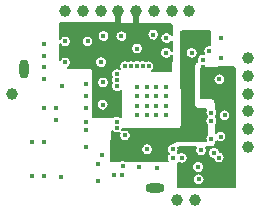
<source format=gbr>
%TF.GenerationSoftware,KiCad,Pcbnew,(5.1.6-0-10_14)*%
%TF.CreationDate,2020-10-05T23:02:53+09:00*%
%TF.ProjectId,RF920A,52463932-3041-42e6-9b69-6361645f7063,rev?*%
%TF.SameCoordinates,Original*%
%TF.FileFunction,Copper,L3,Inr*%
%TF.FilePolarity,Positive*%
%FSLAX46Y46*%
G04 Gerber Fmt 4.6, Leading zero omitted, Abs format (unit mm)*
G04 Created by KiCad (PCBNEW (5.1.6-0-10_14)) date 2020-10-05 23:02:53*
%MOMM*%
%LPD*%
G01*
G04 APERTURE LIST*
%TA.AperFunction,WasherPad*%
%ADD10O,1.600000X0.800000*%
%TD*%
%TA.AperFunction,WasherPad*%
%ADD11O,0.800000X1.600000*%
%TD*%
%TA.AperFunction,ViaPad*%
%ADD12C,1.000000*%
%TD*%
%TA.AperFunction,ViaPad*%
%ADD13C,0.400000*%
%TD*%
%TA.AperFunction,Conductor*%
%ADD14C,0.200000*%
%TD*%
%TA.AperFunction,Conductor*%
%ADD15C,0.500000*%
%TD*%
G04 APERTURE END LIST*
D10*
%TO.N,*%
%TO.C,REF\u002A\u002A*%
X162075000Y-107000000D03*
D11*
X151000000Y-96875000D03*
%TD*%
D12*
%TO.N,/SDA*%
%TO.C,J19*%
X157500000Y-92000000D03*
%TD*%
%TO.N,GND*%
%TO.C,J17*%
X170000000Y-103500000D03*
%TD*%
%TO.N,GND*%
%TO.C,J16*%
X170000000Y-102000000D03*
%TD*%
%TO.N,+3.3VA*%
%TO.C,J14*%
X165500000Y-108000000D03*
%TD*%
%TO.N,+3.3VA*%
%TO.C,J13*%
X164000000Y-108000000D03*
%TD*%
%TO.N,/SCL*%
%TO.C,J12*%
X156000000Y-92000000D03*
%TD*%
%TO.N,/WP*%
%TO.C,J11*%
X154500000Y-92000000D03*
%TD*%
%TO.N,/RESETN*%
%TO.C,J10*%
X170000000Y-96000000D03*
%TD*%
%TO.N,/REGPDIN*%
%TO.C,J9*%
X165000000Y-92000000D03*
%TD*%
%TO.N,/SDO*%
%TO.C,J8*%
X163500000Y-92000000D03*
%TD*%
%TO.N,/SINTN*%
%TO.C,J7*%
X162000000Y-92000000D03*
%TD*%
%TO.N,/SCLK*%
%TO.C,J6*%
X170000000Y-97500000D03*
%TD*%
%TO.N,/SCEN*%
%TO.C,J5*%
X170000000Y-99000000D03*
%TD*%
%TO.N,/SDI*%
%TO.C,J4*%
X170000000Y-100500000D03*
%TD*%
%TO.N,+3V3*%
%TO.C,J3*%
X160500000Y-92000000D03*
%TD*%
%TO.N,+3V3*%
%TO.C,J2*%
X159000000Y-92000000D03*
%TD*%
%TO.N,Net-(J1-Pad1)*%
%TO.C,J1*%
X150000000Y-99000000D03*
%TD*%
D13*
%TO.N,GND*%
X152710000Y-106000000D03*
X151710000Y-106000000D03*
X152710000Y-103100000D03*
X151710000Y-103100000D03*
X153710000Y-101180000D03*
X152710000Y-100180000D03*
X153710000Y-100180000D03*
X152710000Y-94760000D03*
X152710000Y-97770000D03*
X152710000Y-95760000D03*
X166000000Y-103800000D03*
X156280000Y-100180000D03*
X156280000Y-99180000D03*
X156280000Y-98180000D03*
X152710000Y-96760000D03*
X154100000Y-106050000D03*
X167990000Y-100830000D03*
X163000000Y-99200000D03*
X162200000Y-99200000D03*
X163000000Y-98400000D03*
X162200000Y-98400000D03*
X162200000Y-100000000D03*
X163000000Y-100000000D03*
X163000000Y-100800000D03*
X162200000Y-100800000D03*
X161400000Y-100800000D03*
X160600000Y-100800000D03*
X161400000Y-100000000D03*
X160600000Y-100000000D03*
X160600000Y-99200000D03*
X161400000Y-98400000D03*
X161400000Y-99200000D03*
X160600000Y-98400000D03*
X158870000Y-101350000D03*
X154210000Y-98300000D03*
X157690000Y-98040000D03*
X157670000Y-99920000D03*
X156280000Y-103480000D03*
X161550000Y-96680000D03*
X163030000Y-95530000D03*
X163060000Y-94290000D03*
X166700000Y-95380000D03*
X167720000Y-94300000D03*
X167550000Y-97780000D03*
X165200000Y-95530000D03*
X166140000Y-96110000D03*
X167670000Y-95980000D03*
X164350000Y-104420000D03*
X162250000Y-105300000D03*
X159350000Y-105110000D03*
X163590000Y-104450000D03*
X163590000Y-103700000D03*
X156270000Y-101430000D03*
X161430000Y-103710000D03*
X160760000Y-105200000D03*
X159300000Y-105900000D03*
X166870000Y-100600000D03*
X166870000Y-101300000D03*
X166870000Y-102800000D03*
X167650000Y-102620000D03*
X165790000Y-106250000D03*
X165750000Y-105200000D03*
X161950000Y-93990000D03*
X157730000Y-94110000D03*
X159250000Y-94130000D03*
X160580000Y-95170000D03*
X167100000Y-104020000D03*
X167500000Y-104400000D03*
X154500000Y-96350000D03*
X157650000Y-104220000D03*
%TO.N,/VDDCP*%
X160790000Y-103710000D03*
X166220000Y-100600000D03*
X166220000Y-102800000D03*
X166140000Y-94300000D03*
%TO.N,+3V3*%
X157700000Y-98690000D03*
X157680000Y-100580000D03*
X157530000Y-95680000D03*
X154510000Y-93910000D03*
X156380000Y-93930000D03*
X154490000Y-95710000D03*
%TO.N,Net-(C45-Pad1)*%
X157250000Y-106420000D03*
X158660000Y-105900000D03*
X159550000Y-102530000D03*
%TO.N,Net-(C46-Pad2)*%
X158870000Y-101860000D03*
X157250000Y-104980000D03*
X156270000Y-102070000D03*
%TO.N,/SDI*%
X158880000Y-98350000D03*
%TO.N,/SCEN*%
X158880000Y-97850000D03*
%TO.N,/SCLK*%
X158870000Y-97350000D03*
%TO.N,/SINTN*%
X159550000Y-96680000D03*
%TO.N,/SDO*%
X160050000Y-96670000D03*
%TO.N,/REGPDIN*%
X160550000Y-96650000D03*
%TO.N,/RESETN*%
X161050000Y-96650000D03*
%TO.N,+3.3VA*%
X164350000Y-103780000D03*
X167100000Y-105600000D03*
X167500000Y-105970000D03*
X166140000Y-96750000D03*
%TO.N,/WP*%
X154500000Y-94570000D03*
%TO.N,/SCL*%
X156390000Y-94570000D03*
%TO.N,/SDA*%
X157520000Y-96330000D03*
%TD*%
D14*
%TO.N,+3V3*%
X156380000Y-93930000D02*
X156960000Y-93350000D01*
X156960000Y-93350000D02*
X158950000Y-93350000D01*
D15*
X159000000Y-93300000D02*
X159000000Y-92225010D01*
D14*
X158950000Y-93350000D02*
X159000000Y-93300000D01*
X158950000Y-93350000D02*
X160350000Y-93350000D01*
D15*
X160500000Y-93200000D02*
X160500000Y-92225010D01*
D14*
X160350000Y-93350000D02*
X160500000Y-93200000D01*
%TD*%
%TO.N,+3V3*%
G36*
X163396739Y-93118234D02*
G01*
X163457882Y-93135124D01*
X163492890Y-93170595D01*
X163508978Y-93231957D01*
X163504998Y-94057758D01*
X163503094Y-94053161D01*
X163448375Y-93971269D01*
X163378731Y-93901625D01*
X163296839Y-93846906D01*
X163205845Y-93809215D01*
X163109246Y-93790000D01*
X163010754Y-93790000D01*
X162914155Y-93809215D01*
X162823161Y-93846906D01*
X162741269Y-93901625D01*
X162671625Y-93971269D01*
X162616906Y-94053161D01*
X162579215Y-94144155D01*
X162560000Y-94240754D01*
X162560000Y-94339246D01*
X162579215Y-94435845D01*
X162616906Y-94526839D01*
X162671625Y-94608731D01*
X162741269Y-94678375D01*
X162823161Y-94733094D01*
X162914155Y-94770785D01*
X163010754Y-94790000D01*
X163109246Y-94790000D01*
X163205845Y-94770785D01*
X163296839Y-94733094D01*
X163378731Y-94678375D01*
X163448375Y-94608731D01*
X163502735Y-94527377D01*
X163498745Y-95355089D01*
X163473094Y-95293161D01*
X163418375Y-95211269D01*
X163348731Y-95141625D01*
X163266839Y-95086906D01*
X163175845Y-95049215D01*
X163079246Y-95030000D01*
X162980754Y-95030000D01*
X162884155Y-95049215D01*
X162793161Y-95086906D01*
X162711269Y-95141625D01*
X162641625Y-95211269D01*
X162586906Y-95293161D01*
X162549215Y-95384155D01*
X162530000Y-95480754D01*
X162530000Y-95579246D01*
X162549215Y-95675845D01*
X162586906Y-95766839D01*
X162641625Y-95848731D01*
X162711269Y-95918375D01*
X162793161Y-95973094D01*
X162884155Y-96010785D01*
X162980754Y-96030000D01*
X163079246Y-96030000D01*
X163175845Y-96010785D01*
X163266839Y-95973094D01*
X163348731Y-95918375D01*
X163418375Y-95848731D01*
X163473094Y-95766839D01*
X163497040Y-95709029D01*
X163491012Y-96959690D01*
X163481363Y-97007011D01*
X163459961Y-97038712D01*
X163428054Y-97059812D01*
X163380646Y-97069008D01*
X161875216Y-97061890D01*
X161938375Y-96998731D01*
X161993094Y-96916839D01*
X162030785Y-96825845D01*
X162050000Y-96729246D01*
X162050000Y-96630754D01*
X162030785Y-96534155D01*
X161993094Y-96443161D01*
X161938375Y-96361269D01*
X161868731Y-96291625D01*
X161786839Y-96236906D01*
X161695845Y-96199215D01*
X161599246Y-96180000D01*
X161500754Y-96180000D01*
X161404155Y-96199215D01*
X161324628Y-96232156D01*
X161286839Y-96206906D01*
X161195845Y-96169215D01*
X161099246Y-96150000D01*
X161000754Y-96150000D01*
X160904155Y-96169215D01*
X160813161Y-96206906D01*
X160800000Y-96215700D01*
X160786839Y-96206906D01*
X160695845Y-96169215D01*
X160599246Y-96150000D01*
X160500754Y-96150000D01*
X160404155Y-96169215D01*
X160313161Y-96206906D01*
X160284611Y-96225983D01*
X160195845Y-96189215D01*
X160099246Y-96170000D01*
X160000754Y-96170000D01*
X159904155Y-96189215D01*
X159813161Y-96226906D01*
X159792517Y-96240700D01*
X159786839Y-96236906D01*
X159695845Y-96199215D01*
X159599246Y-96180000D01*
X159500754Y-96180000D01*
X159404155Y-96199215D01*
X159313161Y-96236906D01*
X159231269Y-96291625D01*
X159161625Y-96361269D01*
X159106906Y-96443161D01*
X159069215Y-96534155D01*
X159050000Y-96630754D01*
X159050000Y-96729246D01*
X159069215Y-96825845D01*
X159101953Y-96904882D01*
X159015845Y-96869215D01*
X158919246Y-96850000D01*
X158820754Y-96850000D01*
X158724155Y-96869215D01*
X158633161Y-96906906D01*
X158551269Y-96961625D01*
X158481625Y-97031269D01*
X158426906Y-97113161D01*
X158389215Y-97204155D01*
X158370000Y-97300754D01*
X158370000Y-97399246D01*
X158389215Y-97495845D01*
X158426906Y-97586839D01*
X158440700Y-97607483D01*
X158436906Y-97613161D01*
X158399215Y-97704155D01*
X158380000Y-97800754D01*
X158380000Y-97899246D01*
X158399215Y-97995845D01*
X158436906Y-98086839D01*
X158445700Y-98100000D01*
X158436906Y-98113161D01*
X158399215Y-98204155D01*
X158380000Y-98300754D01*
X158380000Y-98399246D01*
X158399215Y-98495845D01*
X158436906Y-98586839D01*
X158491625Y-98668731D01*
X158561269Y-98738375D01*
X158643161Y-98793094D01*
X158734155Y-98830785D01*
X158830754Y-98850000D01*
X158929246Y-98850000D01*
X159025845Y-98830785D01*
X159116839Y-98793094D01*
X159198731Y-98738375D01*
X159260000Y-98677106D01*
X159260000Y-100838030D01*
X159243663Y-100899235D01*
X159208569Y-100934531D01*
X159165702Y-100946237D01*
X159106839Y-100906906D01*
X159015845Y-100869215D01*
X158919246Y-100850000D01*
X158820754Y-100850000D01*
X158724155Y-100869215D01*
X158633161Y-100906906D01*
X158561804Y-100954586D01*
X156961461Y-100963783D01*
X156913744Y-100954512D01*
X156881696Y-100933180D01*
X156860336Y-100901154D01*
X156851020Y-100853446D01*
X156855750Y-99870754D01*
X157170000Y-99870754D01*
X157170000Y-99969246D01*
X157189215Y-100065845D01*
X157226906Y-100156839D01*
X157281625Y-100238731D01*
X157351269Y-100308375D01*
X157433161Y-100363094D01*
X157524155Y-100400785D01*
X157620754Y-100420000D01*
X157719246Y-100420000D01*
X157815845Y-100400785D01*
X157906839Y-100363094D01*
X157988731Y-100308375D01*
X158058375Y-100238731D01*
X158113094Y-100156839D01*
X158150785Y-100065845D01*
X158170000Y-99969246D01*
X158170000Y-99870754D01*
X158150785Y-99774155D01*
X158113094Y-99683161D01*
X158058375Y-99601269D01*
X157988731Y-99531625D01*
X157906839Y-99476906D01*
X157815845Y-99439215D01*
X157719246Y-99420000D01*
X157620754Y-99420000D01*
X157524155Y-99439215D01*
X157433161Y-99476906D01*
X157351269Y-99531625D01*
X157281625Y-99601269D01*
X157226906Y-99683161D01*
X157189215Y-99774155D01*
X157170000Y-99870754D01*
X156855750Y-99870754D01*
X156864799Y-97990754D01*
X157190000Y-97990754D01*
X157190000Y-98089246D01*
X157209215Y-98185845D01*
X157246906Y-98276839D01*
X157301625Y-98358731D01*
X157371269Y-98428375D01*
X157453161Y-98483094D01*
X157544155Y-98520785D01*
X157640754Y-98540000D01*
X157739246Y-98540000D01*
X157835845Y-98520785D01*
X157926839Y-98483094D01*
X158008731Y-98428375D01*
X158078375Y-98358731D01*
X158133094Y-98276839D01*
X158170785Y-98185845D01*
X158190000Y-98089246D01*
X158190000Y-97990754D01*
X158170785Y-97894155D01*
X158133094Y-97803161D01*
X158078375Y-97721269D01*
X158008731Y-97651625D01*
X157926839Y-97596906D01*
X157835845Y-97559215D01*
X157739246Y-97540000D01*
X157640754Y-97540000D01*
X157544155Y-97559215D01*
X157453161Y-97596906D01*
X157371269Y-97651625D01*
X157301625Y-97721269D01*
X157246906Y-97803161D01*
X157209215Y-97894155D01*
X157190000Y-97990754D01*
X156864799Y-97990754D01*
X156869032Y-97111444D01*
X156867193Y-97091867D01*
X156852246Y-97015035D01*
X156846634Y-96996252D01*
X156837400Y-96978824D01*
X156794110Y-96913612D01*
X156781719Y-96898421D01*
X156766503Y-96885873D01*
X156701501Y-96842270D01*
X156684229Y-96832997D01*
X156665362Y-96827249D01*
X156588603Y-96811933D01*
X156569035Y-96810000D01*
X154696024Y-96810000D01*
X154736839Y-96793094D01*
X154818731Y-96738375D01*
X154888375Y-96668731D01*
X154943094Y-96586839D01*
X154980785Y-96495845D01*
X155000000Y-96399246D01*
X155000000Y-96300754D01*
X154996022Y-96280754D01*
X157020000Y-96280754D01*
X157020000Y-96379246D01*
X157039215Y-96475845D01*
X157076906Y-96566839D01*
X157131625Y-96648731D01*
X157201269Y-96718375D01*
X157283161Y-96773094D01*
X157374155Y-96810785D01*
X157470754Y-96830000D01*
X157569246Y-96830000D01*
X157665845Y-96810785D01*
X157756839Y-96773094D01*
X157838731Y-96718375D01*
X157908375Y-96648731D01*
X157963094Y-96566839D01*
X158000785Y-96475845D01*
X158020000Y-96379246D01*
X158020000Y-96280754D01*
X158000785Y-96184155D01*
X157963094Y-96093161D01*
X157908375Y-96011269D01*
X157838731Y-95941625D01*
X157756839Y-95886906D01*
X157665845Y-95849215D01*
X157569246Y-95830000D01*
X157470754Y-95830000D01*
X157374155Y-95849215D01*
X157283161Y-95886906D01*
X157201269Y-95941625D01*
X157131625Y-96011269D01*
X157076906Y-96093161D01*
X157039215Y-96184155D01*
X157020000Y-96280754D01*
X154996022Y-96280754D01*
X154980785Y-96204155D01*
X154943094Y-96113161D01*
X154888375Y-96031269D01*
X154818731Y-95961625D01*
X154736839Y-95906906D01*
X154645845Y-95869215D01*
X154549246Y-95850000D01*
X154450754Y-95850000D01*
X154354155Y-95869215D01*
X154263161Y-95906906D01*
X154181269Y-95961625D01*
X154111625Y-96031269D01*
X154056906Y-96113161D01*
X154035636Y-96164510D01*
X154043523Y-95120754D01*
X160080000Y-95120754D01*
X160080000Y-95219246D01*
X160099215Y-95315845D01*
X160136906Y-95406839D01*
X160191625Y-95488731D01*
X160261269Y-95558375D01*
X160343161Y-95613094D01*
X160434155Y-95650785D01*
X160530754Y-95670000D01*
X160629246Y-95670000D01*
X160725845Y-95650785D01*
X160816839Y-95613094D01*
X160898731Y-95558375D01*
X160968375Y-95488731D01*
X161023094Y-95406839D01*
X161060785Y-95315845D01*
X161080000Y-95219246D01*
X161080000Y-95120754D01*
X161060785Y-95024155D01*
X161023094Y-94933161D01*
X160968375Y-94851269D01*
X160898731Y-94781625D01*
X160816839Y-94726906D01*
X160725845Y-94689215D01*
X160629246Y-94670000D01*
X160530754Y-94670000D01*
X160434155Y-94689215D01*
X160343161Y-94726906D01*
X160261269Y-94781625D01*
X160191625Y-94851269D01*
X160136906Y-94933161D01*
X160099215Y-95024155D01*
X160080000Y-95120754D01*
X154043523Y-95120754D01*
X154046093Y-94780734D01*
X154056906Y-94806839D01*
X154111625Y-94888731D01*
X154181269Y-94958375D01*
X154263161Y-95013094D01*
X154354155Y-95050785D01*
X154450754Y-95070000D01*
X154549246Y-95070000D01*
X154645845Y-95050785D01*
X154736839Y-95013094D01*
X154818731Y-94958375D01*
X154888375Y-94888731D01*
X154943094Y-94806839D01*
X154980785Y-94715845D01*
X155000000Y-94619246D01*
X155000000Y-94520754D01*
X155890000Y-94520754D01*
X155890000Y-94619246D01*
X155909215Y-94715845D01*
X155946906Y-94806839D01*
X156001625Y-94888731D01*
X156071269Y-94958375D01*
X156153161Y-95013094D01*
X156244155Y-95050785D01*
X156340754Y-95070000D01*
X156439246Y-95070000D01*
X156535845Y-95050785D01*
X156626839Y-95013094D01*
X156708731Y-94958375D01*
X156778375Y-94888731D01*
X156833094Y-94806839D01*
X156870785Y-94715845D01*
X156890000Y-94619246D01*
X156890000Y-94520754D01*
X156870785Y-94424155D01*
X156833094Y-94333161D01*
X156778375Y-94251269D01*
X156708731Y-94181625D01*
X156626839Y-94126906D01*
X156535845Y-94089215D01*
X156439246Y-94070000D01*
X156340754Y-94070000D01*
X156244155Y-94089215D01*
X156153161Y-94126906D01*
X156071269Y-94181625D01*
X156001625Y-94251269D01*
X155946906Y-94333161D01*
X155909215Y-94424155D01*
X155890000Y-94520754D01*
X155000000Y-94520754D01*
X154980785Y-94424155D01*
X154943094Y-94333161D01*
X154888375Y-94251269D01*
X154818731Y-94181625D01*
X154736839Y-94126906D01*
X154645845Y-94089215D01*
X154549246Y-94070000D01*
X154450754Y-94070000D01*
X154354155Y-94089215D01*
X154263161Y-94126906D01*
X154181269Y-94181625D01*
X154111625Y-94251269D01*
X154056906Y-94333161D01*
X154049337Y-94351434D01*
X154051533Y-94060754D01*
X157230000Y-94060754D01*
X157230000Y-94159246D01*
X157249215Y-94255845D01*
X157286906Y-94346839D01*
X157341625Y-94428731D01*
X157411269Y-94498375D01*
X157493161Y-94553094D01*
X157584155Y-94590785D01*
X157680754Y-94610000D01*
X157779246Y-94610000D01*
X157875845Y-94590785D01*
X157966839Y-94553094D01*
X158048731Y-94498375D01*
X158118375Y-94428731D01*
X158173094Y-94346839D01*
X158210785Y-94255845D01*
X158230000Y-94159246D01*
X158230000Y-94080754D01*
X158750000Y-94080754D01*
X158750000Y-94179246D01*
X158769215Y-94275845D01*
X158806906Y-94366839D01*
X158861625Y-94448731D01*
X158931269Y-94518375D01*
X159013161Y-94573094D01*
X159104155Y-94610785D01*
X159200754Y-94630000D01*
X159299246Y-94630000D01*
X159395845Y-94610785D01*
X159486839Y-94573094D01*
X159568731Y-94518375D01*
X159638375Y-94448731D01*
X159693094Y-94366839D01*
X159730785Y-94275845D01*
X159750000Y-94179246D01*
X159750000Y-94080754D01*
X159730785Y-93984155D01*
X159712808Y-93940754D01*
X161450000Y-93940754D01*
X161450000Y-94039246D01*
X161469215Y-94135845D01*
X161506906Y-94226839D01*
X161561625Y-94308731D01*
X161631269Y-94378375D01*
X161713161Y-94433094D01*
X161804155Y-94470785D01*
X161900754Y-94490000D01*
X161999246Y-94490000D01*
X162095845Y-94470785D01*
X162186839Y-94433094D01*
X162268731Y-94378375D01*
X162338375Y-94308731D01*
X162393094Y-94226839D01*
X162430785Y-94135845D01*
X162450000Y-94039246D01*
X162450000Y-93940754D01*
X162430785Y-93844155D01*
X162393094Y-93753161D01*
X162338375Y-93671269D01*
X162268731Y-93601625D01*
X162186839Y-93546906D01*
X162095845Y-93509215D01*
X161999246Y-93490000D01*
X161900754Y-93490000D01*
X161804155Y-93509215D01*
X161713161Y-93546906D01*
X161631269Y-93601625D01*
X161561625Y-93671269D01*
X161506906Y-93753161D01*
X161469215Y-93844155D01*
X161450000Y-93940754D01*
X159712808Y-93940754D01*
X159693094Y-93893161D01*
X159638375Y-93811269D01*
X159568731Y-93741625D01*
X159486839Y-93686906D01*
X159395845Y-93649215D01*
X159299246Y-93630000D01*
X159200754Y-93630000D01*
X159104155Y-93649215D01*
X159013161Y-93686906D01*
X158931269Y-93741625D01*
X158861625Y-93811269D01*
X158806906Y-93893161D01*
X158769215Y-93984155D01*
X158750000Y-94080754D01*
X158230000Y-94080754D01*
X158230000Y-94060754D01*
X158210785Y-93964155D01*
X158173094Y-93873161D01*
X158118375Y-93791269D01*
X158048731Y-93721625D01*
X157966839Y-93666906D01*
X157875845Y-93629215D01*
X157779246Y-93610000D01*
X157680754Y-93610000D01*
X157584155Y-93629215D01*
X157493161Y-93666906D01*
X157411269Y-93721625D01*
X157341625Y-93791269D01*
X157286906Y-93873161D01*
X157249215Y-93964155D01*
X157230000Y-94060754D01*
X154051533Y-94060754D01*
X154059241Y-93040745D01*
X163396739Y-93118234D01*
G37*
X163396739Y-93118234D02*
X163457882Y-93135124D01*
X163492890Y-93170595D01*
X163508978Y-93231957D01*
X163504998Y-94057758D01*
X163503094Y-94053161D01*
X163448375Y-93971269D01*
X163378731Y-93901625D01*
X163296839Y-93846906D01*
X163205845Y-93809215D01*
X163109246Y-93790000D01*
X163010754Y-93790000D01*
X162914155Y-93809215D01*
X162823161Y-93846906D01*
X162741269Y-93901625D01*
X162671625Y-93971269D01*
X162616906Y-94053161D01*
X162579215Y-94144155D01*
X162560000Y-94240754D01*
X162560000Y-94339246D01*
X162579215Y-94435845D01*
X162616906Y-94526839D01*
X162671625Y-94608731D01*
X162741269Y-94678375D01*
X162823161Y-94733094D01*
X162914155Y-94770785D01*
X163010754Y-94790000D01*
X163109246Y-94790000D01*
X163205845Y-94770785D01*
X163296839Y-94733094D01*
X163378731Y-94678375D01*
X163448375Y-94608731D01*
X163502735Y-94527377D01*
X163498745Y-95355089D01*
X163473094Y-95293161D01*
X163418375Y-95211269D01*
X163348731Y-95141625D01*
X163266839Y-95086906D01*
X163175845Y-95049215D01*
X163079246Y-95030000D01*
X162980754Y-95030000D01*
X162884155Y-95049215D01*
X162793161Y-95086906D01*
X162711269Y-95141625D01*
X162641625Y-95211269D01*
X162586906Y-95293161D01*
X162549215Y-95384155D01*
X162530000Y-95480754D01*
X162530000Y-95579246D01*
X162549215Y-95675845D01*
X162586906Y-95766839D01*
X162641625Y-95848731D01*
X162711269Y-95918375D01*
X162793161Y-95973094D01*
X162884155Y-96010785D01*
X162980754Y-96030000D01*
X163079246Y-96030000D01*
X163175845Y-96010785D01*
X163266839Y-95973094D01*
X163348731Y-95918375D01*
X163418375Y-95848731D01*
X163473094Y-95766839D01*
X163497040Y-95709029D01*
X163491012Y-96959690D01*
X163481363Y-97007011D01*
X163459961Y-97038712D01*
X163428054Y-97059812D01*
X163380646Y-97069008D01*
X161875216Y-97061890D01*
X161938375Y-96998731D01*
X161993094Y-96916839D01*
X162030785Y-96825845D01*
X162050000Y-96729246D01*
X162050000Y-96630754D01*
X162030785Y-96534155D01*
X161993094Y-96443161D01*
X161938375Y-96361269D01*
X161868731Y-96291625D01*
X161786839Y-96236906D01*
X161695845Y-96199215D01*
X161599246Y-96180000D01*
X161500754Y-96180000D01*
X161404155Y-96199215D01*
X161324628Y-96232156D01*
X161286839Y-96206906D01*
X161195845Y-96169215D01*
X161099246Y-96150000D01*
X161000754Y-96150000D01*
X160904155Y-96169215D01*
X160813161Y-96206906D01*
X160800000Y-96215700D01*
X160786839Y-96206906D01*
X160695845Y-96169215D01*
X160599246Y-96150000D01*
X160500754Y-96150000D01*
X160404155Y-96169215D01*
X160313161Y-96206906D01*
X160284611Y-96225983D01*
X160195845Y-96189215D01*
X160099246Y-96170000D01*
X160000754Y-96170000D01*
X159904155Y-96189215D01*
X159813161Y-96226906D01*
X159792517Y-96240700D01*
X159786839Y-96236906D01*
X159695845Y-96199215D01*
X159599246Y-96180000D01*
X159500754Y-96180000D01*
X159404155Y-96199215D01*
X159313161Y-96236906D01*
X159231269Y-96291625D01*
X159161625Y-96361269D01*
X159106906Y-96443161D01*
X159069215Y-96534155D01*
X159050000Y-96630754D01*
X159050000Y-96729246D01*
X159069215Y-96825845D01*
X159101953Y-96904882D01*
X159015845Y-96869215D01*
X158919246Y-96850000D01*
X158820754Y-96850000D01*
X158724155Y-96869215D01*
X158633161Y-96906906D01*
X158551269Y-96961625D01*
X158481625Y-97031269D01*
X158426906Y-97113161D01*
X158389215Y-97204155D01*
X158370000Y-97300754D01*
X158370000Y-97399246D01*
X158389215Y-97495845D01*
X158426906Y-97586839D01*
X158440700Y-97607483D01*
X158436906Y-97613161D01*
X158399215Y-97704155D01*
X158380000Y-97800754D01*
X158380000Y-97899246D01*
X158399215Y-97995845D01*
X158436906Y-98086839D01*
X158445700Y-98100000D01*
X158436906Y-98113161D01*
X158399215Y-98204155D01*
X158380000Y-98300754D01*
X158380000Y-98399246D01*
X158399215Y-98495845D01*
X158436906Y-98586839D01*
X158491625Y-98668731D01*
X158561269Y-98738375D01*
X158643161Y-98793094D01*
X158734155Y-98830785D01*
X158830754Y-98850000D01*
X158929246Y-98850000D01*
X159025845Y-98830785D01*
X159116839Y-98793094D01*
X159198731Y-98738375D01*
X159260000Y-98677106D01*
X159260000Y-100838030D01*
X159243663Y-100899235D01*
X159208569Y-100934531D01*
X159165702Y-100946237D01*
X159106839Y-100906906D01*
X159015845Y-100869215D01*
X158919246Y-100850000D01*
X158820754Y-100850000D01*
X158724155Y-100869215D01*
X158633161Y-100906906D01*
X158561804Y-100954586D01*
X156961461Y-100963783D01*
X156913744Y-100954512D01*
X156881696Y-100933180D01*
X156860336Y-100901154D01*
X156851020Y-100853446D01*
X156855750Y-99870754D01*
X157170000Y-99870754D01*
X157170000Y-99969246D01*
X157189215Y-100065845D01*
X157226906Y-100156839D01*
X157281625Y-100238731D01*
X157351269Y-100308375D01*
X157433161Y-100363094D01*
X157524155Y-100400785D01*
X157620754Y-100420000D01*
X157719246Y-100420000D01*
X157815845Y-100400785D01*
X157906839Y-100363094D01*
X157988731Y-100308375D01*
X158058375Y-100238731D01*
X158113094Y-100156839D01*
X158150785Y-100065845D01*
X158170000Y-99969246D01*
X158170000Y-99870754D01*
X158150785Y-99774155D01*
X158113094Y-99683161D01*
X158058375Y-99601269D01*
X157988731Y-99531625D01*
X157906839Y-99476906D01*
X157815845Y-99439215D01*
X157719246Y-99420000D01*
X157620754Y-99420000D01*
X157524155Y-99439215D01*
X157433161Y-99476906D01*
X157351269Y-99531625D01*
X157281625Y-99601269D01*
X157226906Y-99683161D01*
X157189215Y-99774155D01*
X157170000Y-99870754D01*
X156855750Y-99870754D01*
X156864799Y-97990754D01*
X157190000Y-97990754D01*
X157190000Y-98089246D01*
X157209215Y-98185845D01*
X157246906Y-98276839D01*
X157301625Y-98358731D01*
X157371269Y-98428375D01*
X157453161Y-98483094D01*
X157544155Y-98520785D01*
X157640754Y-98540000D01*
X157739246Y-98540000D01*
X157835845Y-98520785D01*
X157926839Y-98483094D01*
X158008731Y-98428375D01*
X158078375Y-98358731D01*
X158133094Y-98276839D01*
X158170785Y-98185845D01*
X158190000Y-98089246D01*
X158190000Y-97990754D01*
X158170785Y-97894155D01*
X158133094Y-97803161D01*
X158078375Y-97721269D01*
X158008731Y-97651625D01*
X157926839Y-97596906D01*
X157835845Y-97559215D01*
X157739246Y-97540000D01*
X157640754Y-97540000D01*
X157544155Y-97559215D01*
X157453161Y-97596906D01*
X157371269Y-97651625D01*
X157301625Y-97721269D01*
X157246906Y-97803161D01*
X157209215Y-97894155D01*
X157190000Y-97990754D01*
X156864799Y-97990754D01*
X156869032Y-97111444D01*
X156867193Y-97091867D01*
X156852246Y-97015035D01*
X156846634Y-96996252D01*
X156837400Y-96978824D01*
X156794110Y-96913612D01*
X156781719Y-96898421D01*
X156766503Y-96885873D01*
X156701501Y-96842270D01*
X156684229Y-96832997D01*
X156665362Y-96827249D01*
X156588603Y-96811933D01*
X156569035Y-96810000D01*
X154696024Y-96810000D01*
X154736839Y-96793094D01*
X154818731Y-96738375D01*
X154888375Y-96668731D01*
X154943094Y-96586839D01*
X154980785Y-96495845D01*
X155000000Y-96399246D01*
X155000000Y-96300754D01*
X154996022Y-96280754D01*
X157020000Y-96280754D01*
X157020000Y-96379246D01*
X157039215Y-96475845D01*
X157076906Y-96566839D01*
X157131625Y-96648731D01*
X157201269Y-96718375D01*
X157283161Y-96773094D01*
X157374155Y-96810785D01*
X157470754Y-96830000D01*
X157569246Y-96830000D01*
X157665845Y-96810785D01*
X157756839Y-96773094D01*
X157838731Y-96718375D01*
X157908375Y-96648731D01*
X157963094Y-96566839D01*
X158000785Y-96475845D01*
X158020000Y-96379246D01*
X158020000Y-96280754D01*
X158000785Y-96184155D01*
X157963094Y-96093161D01*
X157908375Y-96011269D01*
X157838731Y-95941625D01*
X157756839Y-95886906D01*
X157665845Y-95849215D01*
X157569246Y-95830000D01*
X157470754Y-95830000D01*
X157374155Y-95849215D01*
X157283161Y-95886906D01*
X157201269Y-95941625D01*
X157131625Y-96011269D01*
X157076906Y-96093161D01*
X157039215Y-96184155D01*
X157020000Y-96280754D01*
X154996022Y-96280754D01*
X154980785Y-96204155D01*
X154943094Y-96113161D01*
X154888375Y-96031269D01*
X154818731Y-95961625D01*
X154736839Y-95906906D01*
X154645845Y-95869215D01*
X154549246Y-95850000D01*
X154450754Y-95850000D01*
X154354155Y-95869215D01*
X154263161Y-95906906D01*
X154181269Y-95961625D01*
X154111625Y-96031269D01*
X154056906Y-96113161D01*
X154035636Y-96164510D01*
X154043523Y-95120754D01*
X160080000Y-95120754D01*
X160080000Y-95219246D01*
X160099215Y-95315845D01*
X160136906Y-95406839D01*
X160191625Y-95488731D01*
X160261269Y-95558375D01*
X160343161Y-95613094D01*
X160434155Y-95650785D01*
X160530754Y-95670000D01*
X160629246Y-95670000D01*
X160725845Y-95650785D01*
X160816839Y-95613094D01*
X160898731Y-95558375D01*
X160968375Y-95488731D01*
X161023094Y-95406839D01*
X161060785Y-95315845D01*
X161080000Y-95219246D01*
X161080000Y-95120754D01*
X161060785Y-95024155D01*
X161023094Y-94933161D01*
X160968375Y-94851269D01*
X160898731Y-94781625D01*
X160816839Y-94726906D01*
X160725845Y-94689215D01*
X160629246Y-94670000D01*
X160530754Y-94670000D01*
X160434155Y-94689215D01*
X160343161Y-94726906D01*
X160261269Y-94781625D01*
X160191625Y-94851269D01*
X160136906Y-94933161D01*
X160099215Y-95024155D01*
X160080000Y-95120754D01*
X154043523Y-95120754D01*
X154046093Y-94780734D01*
X154056906Y-94806839D01*
X154111625Y-94888731D01*
X154181269Y-94958375D01*
X154263161Y-95013094D01*
X154354155Y-95050785D01*
X154450754Y-95070000D01*
X154549246Y-95070000D01*
X154645845Y-95050785D01*
X154736839Y-95013094D01*
X154818731Y-94958375D01*
X154888375Y-94888731D01*
X154943094Y-94806839D01*
X154980785Y-94715845D01*
X155000000Y-94619246D01*
X155000000Y-94520754D01*
X155890000Y-94520754D01*
X155890000Y-94619246D01*
X155909215Y-94715845D01*
X155946906Y-94806839D01*
X156001625Y-94888731D01*
X156071269Y-94958375D01*
X156153161Y-95013094D01*
X156244155Y-95050785D01*
X156340754Y-95070000D01*
X156439246Y-95070000D01*
X156535845Y-95050785D01*
X156626839Y-95013094D01*
X156708731Y-94958375D01*
X156778375Y-94888731D01*
X156833094Y-94806839D01*
X156870785Y-94715845D01*
X156890000Y-94619246D01*
X156890000Y-94520754D01*
X156870785Y-94424155D01*
X156833094Y-94333161D01*
X156778375Y-94251269D01*
X156708731Y-94181625D01*
X156626839Y-94126906D01*
X156535845Y-94089215D01*
X156439246Y-94070000D01*
X156340754Y-94070000D01*
X156244155Y-94089215D01*
X156153161Y-94126906D01*
X156071269Y-94181625D01*
X156001625Y-94251269D01*
X155946906Y-94333161D01*
X155909215Y-94424155D01*
X155890000Y-94520754D01*
X155000000Y-94520754D01*
X154980785Y-94424155D01*
X154943094Y-94333161D01*
X154888375Y-94251269D01*
X154818731Y-94181625D01*
X154736839Y-94126906D01*
X154645845Y-94089215D01*
X154549246Y-94070000D01*
X154450754Y-94070000D01*
X154354155Y-94089215D01*
X154263161Y-94126906D01*
X154181269Y-94181625D01*
X154111625Y-94251269D01*
X154056906Y-94333161D01*
X154049337Y-94351434D01*
X154051533Y-94060754D01*
X157230000Y-94060754D01*
X157230000Y-94159246D01*
X157249215Y-94255845D01*
X157286906Y-94346839D01*
X157341625Y-94428731D01*
X157411269Y-94498375D01*
X157493161Y-94553094D01*
X157584155Y-94590785D01*
X157680754Y-94610000D01*
X157779246Y-94610000D01*
X157875845Y-94590785D01*
X157966839Y-94553094D01*
X158048731Y-94498375D01*
X158118375Y-94428731D01*
X158173094Y-94346839D01*
X158210785Y-94255845D01*
X158230000Y-94159246D01*
X158230000Y-94080754D01*
X158750000Y-94080754D01*
X158750000Y-94179246D01*
X158769215Y-94275845D01*
X158806906Y-94366839D01*
X158861625Y-94448731D01*
X158931269Y-94518375D01*
X159013161Y-94573094D01*
X159104155Y-94610785D01*
X159200754Y-94630000D01*
X159299246Y-94630000D01*
X159395845Y-94610785D01*
X159486839Y-94573094D01*
X159568731Y-94518375D01*
X159638375Y-94448731D01*
X159693094Y-94366839D01*
X159730785Y-94275845D01*
X159750000Y-94179246D01*
X159750000Y-94080754D01*
X159730785Y-93984155D01*
X159712808Y-93940754D01*
X161450000Y-93940754D01*
X161450000Y-94039246D01*
X161469215Y-94135845D01*
X161506906Y-94226839D01*
X161561625Y-94308731D01*
X161631269Y-94378375D01*
X161713161Y-94433094D01*
X161804155Y-94470785D01*
X161900754Y-94490000D01*
X161999246Y-94490000D01*
X162095845Y-94470785D01*
X162186839Y-94433094D01*
X162268731Y-94378375D01*
X162338375Y-94308731D01*
X162393094Y-94226839D01*
X162430785Y-94135845D01*
X162450000Y-94039246D01*
X162450000Y-93940754D01*
X162430785Y-93844155D01*
X162393094Y-93753161D01*
X162338375Y-93671269D01*
X162268731Y-93601625D01*
X162186839Y-93546906D01*
X162095845Y-93509215D01*
X161999246Y-93490000D01*
X161900754Y-93490000D01*
X161804155Y-93509215D01*
X161713161Y-93546906D01*
X161631269Y-93601625D01*
X161561625Y-93671269D01*
X161506906Y-93753161D01*
X161469215Y-93844155D01*
X161450000Y-93940754D01*
X159712808Y-93940754D01*
X159693094Y-93893161D01*
X159638375Y-93811269D01*
X159568731Y-93741625D01*
X159486839Y-93686906D01*
X159395845Y-93649215D01*
X159299246Y-93630000D01*
X159200754Y-93630000D01*
X159104155Y-93649215D01*
X159013161Y-93686906D01*
X158931269Y-93741625D01*
X158861625Y-93811269D01*
X158806906Y-93893161D01*
X158769215Y-93984155D01*
X158750000Y-94080754D01*
X158230000Y-94080754D01*
X158230000Y-94060754D01*
X158210785Y-93964155D01*
X158173094Y-93873161D01*
X158118375Y-93791269D01*
X158048731Y-93721625D01*
X157966839Y-93666906D01*
X157875845Y-93629215D01*
X157779246Y-93610000D01*
X157680754Y-93610000D01*
X157584155Y-93629215D01*
X157493161Y-93666906D01*
X157411269Y-93721625D01*
X157341625Y-93791269D01*
X157286906Y-93873161D01*
X157249215Y-93964155D01*
X157230000Y-94060754D01*
X154051533Y-94060754D01*
X154059241Y-93040745D01*
X163396739Y-93118234D01*
%TO.N,/VDDCP*%
G36*
X166709456Y-93686312D02*
G01*
X166744747Y-93721356D01*
X166761488Y-93782405D01*
X166769218Y-94883973D01*
X166749246Y-94880000D01*
X166650754Y-94880000D01*
X166554155Y-94899215D01*
X166463161Y-94936906D01*
X166381269Y-94991625D01*
X166311625Y-95061269D01*
X166256906Y-95143161D01*
X166219215Y-95234155D01*
X166200000Y-95330754D01*
X166200000Y-95429246D01*
X166219215Y-95525845D01*
X166256906Y-95616839D01*
X166262007Y-95624473D01*
X166189246Y-95610000D01*
X166090754Y-95610000D01*
X165994155Y-95629215D01*
X165903161Y-95666906D01*
X165821269Y-95721625D01*
X165751625Y-95791269D01*
X165696906Y-95873161D01*
X165659215Y-95964155D01*
X165640000Y-96060754D01*
X165640000Y-96159246D01*
X165659215Y-96255845D01*
X165687686Y-96324580D01*
X165624333Y-96337203D01*
X165605575Y-96342900D01*
X165588234Y-96352184D01*
X165523284Y-96395676D01*
X165508143Y-96408127D01*
X165495685Y-96423349D01*
X165452366Y-96488415D01*
X165443153Y-96505719D01*
X165437481Y-96524554D01*
X165422411Y-96601254D01*
X165420535Y-96620800D01*
X165429478Y-99974599D01*
X165432860Y-100000119D01*
X165459193Y-100098783D01*
X165466080Y-100117137D01*
X165476416Y-100133794D01*
X165484517Y-100143119D01*
X165556124Y-100215922D01*
X165571174Y-100228483D01*
X165588386Y-100237867D01*
X165600035Y-100241977D01*
X165698249Y-100269940D01*
X165723709Y-100273744D01*
X166360315Y-100285986D01*
X166420511Y-100303080D01*
X166448271Y-100331187D01*
X166426906Y-100363161D01*
X166389215Y-100454155D01*
X166370000Y-100550754D01*
X166370000Y-100649246D01*
X166389215Y-100745845D01*
X166426906Y-100836839D01*
X166474902Y-100908670D01*
X166475461Y-100990494D01*
X166426906Y-101063161D01*
X166389215Y-101154155D01*
X166370000Y-101250754D01*
X166370000Y-101349246D01*
X166389215Y-101445845D01*
X166426906Y-101536839D01*
X166479730Y-101615895D01*
X166485609Y-102477285D01*
X166481625Y-102481269D01*
X166426906Y-102563161D01*
X166389215Y-102654155D01*
X166370000Y-102750754D01*
X166370000Y-102849246D01*
X166389215Y-102945845D01*
X166416782Y-103012398D01*
X166378737Y-103020000D01*
X163890000Y-103020000D01*
X163870491Y-103021921D01*
X163793954Y-103037145D01*
X163775195Y-103042836D01*
X163757905Y-103052078D01*
X163693021Y-103095433D01*
X163677868Y-103107869D01*
X163665433Y-103123021D01*
X163622078Y-103187905D01*
X163615613Y-103200000D01*
X163540754Y-103200000D01*
X163444155Y-103219215D01*
X163353161Y-103256906D01*
X163271269Y-103311625D01*
X163201625Y-103381269D01*
X163146906Y-103463161D01*
X163109215Y-103554155D01*
X163090000Y-103650754D01*
X163090000Y-103749246D01*
X163109215Y-103845845D01*
X163146906Y-103936839D01*
X163201625Y-104018731D01*
X163257894Y-104075000D01*
X163201625Y-104131269D01*
X163146906Y-104213161D01*
X163109215Y-104304155D01*
X163090000Y-104400754D01*
X163090000Y-104499246D01*
X163109215Y-104595845D01*
X163146906Y-104686839D01*
X163157017Y-104701971D01*
X160861809Y-104710456D01*
X160809246Y-104700000D01*
X160710754Y-104700000D01*
X160654335Y-104711223D01*
X159658671Y-104714903D01*
X159586839Y-104666906D01*
X159495845Y-104629215D01*
X159399246Y-104610000D01*
X159300754Y-104610000D01*
X159204155Y-104629215D01*
X159113161Y-104666906D01*
X159037894Y-104717198D01*
X158495302Y-104719204D01*
X158447118Y-104709630D01*
X158414924Y-104687804D01*
X158393761Y-104655172D01*
X158385175Y-104606809D01*
X158408011Y-103660754D01*
X160930000Y-103660754D01*
X160930000Y-103759246D01*
X160949215Y-103855845D01*
X160986906Y-103946839D01*
X161041625Y-104028731D01*
X161111269Y-104098375D01*
X161193161Y-104153094D01*
X161284155Y-104190785D01*
X161380754Y-104210000D01*
X161479246Y-104210000D01*
X161575845Y-104190785D01*
X161666839Y-104153094D01*
X161748731Y-104098375D01*
X161818375Y-104028731D01*
X161873094Y-103946839D01*
X161910785Y-103855845D01*
X161930000Y-103759246D01*
X161930000Y-103660754D01*
X161910785Y-103564155D01*
X161873094Y-103473161D01*
X161818375Y-103391269D01*
X161748731Y-103321625D01*
X161666839Y-103266906D01*
X161575845Y-103229215D01*
X161479246Y-103210000D01*
X161380754Y-103210000D01*
X161284155Y-103229215D01*
X161193161Y-103266906D01*
X161111269Y-103321625D01*
X161041625Y-103391269D01*
X160986906Y-103473161D01*
X160949215Y-103564155D01*
X160930000Y-103660754D01*
X158408011Y-103660754D01*
X158444956Y-102130197D01*
X158446237Y-102125770D01*
X158481625Y-102178731D01*
X158551269Y-102248375D01*
X158633161Y-102303094D01*
X158724155Y-102340785D01*
X158820754Y-102360000D01*
X158919246Y-102360000D01*
X159015845Y-102340785D01*
X159101953Y-102305118D01*
X159069215Y-102384155D01*
X159050000Y-102480754D01*
X159050000Y-102579246D01*
X159069215Y-102675845D01*
X159106906Y-102766839D01*
X159161625Y-102848731D01*
X159231269Y-102918375D01*
X159313161Y-102973094D01*
X159404155Y-103010785D01*
X159500754Y-103030000D01*
X159599246Y-103030000D01*
X159695845Y-103010785D01*
X159786839Y-102973094D01*
X159868731Y-102918375D01*
X159938375Y-102848731D01*
X159993094Y-102766839D01*
X160030785Y-102675845D01*
X160050000Y-102579246D01*
X160050000Y-102480754D01*
X160030785Y-102384155D01*
X159993094Y-102293161D01*
X159938375Y-102211269D01*
X159868731Y-102141625D01*
X159786839Y-102086906D01*
X159695845Y-102049215D01*
X159599246Y-102030000D01*
X159500754Y-102030000D01*
X159404155Y-102049215D01*
X159318047Y-102084882D01*
X159345621Y-102018313D01*
X164050030Y-102010339D01*
X164069544Y-102008383D01*
X164146087Y-101993016D01*
X164164836Y-101987292D01*
X164182123Y-101978010D01*
X164246951Y-101934509D01*
X164262080Y-101922043D01*
X164274496Y-101906850D01*
X164317731Y-101841844D01*
X164326936Y-101824536D01*
X164332589Y-101805748D01*
X164347643Y-101729143D01*
X164349520Y-101709620D01*
X164334584Y-95480754D01*
X164700000Y-95480754D01*
X164700000Y-95579246D01*
X164719215Y-95675845D01*
X164756906Y-95766839D01*
X164811625Y-95848731D01*
X164881269Y-95918375D01*
X164963161Y-95973094D01*
X165054155Y-96010785D01*
X165150754Y-96030000D01*
X165249246Y-96030000D01*
X165345845Y-96010785D01*
X165436839Y-95973094D01*
X165518731Y-95918375D01*
X165588375Y-95848731D01*
X165643094Y-95766839D01*
X165680785Y-95675845D01*
X165700000Y-95579246D01*
X165700000Y-95480754D01*
X165680785Y-95384155D01*
X165643094Y-95293161D01*
X165588375Y-95211269D01*
X165518731Y-95141625D01*
X165436839Y-95086906D01*
X165345845Y-95049215D01*
X165249246Y-95030000D01*
X165150754Y-95030000D01*
X165054155Y-95049215D01*
X164963161Y-95086906D01*
X164881269Y-95141625D01*
X164811625Y-95211269D01*
X164756906Y-95293161D01*
X164719215Y-95384155D01*
X164700000Y-95480754D01*
X164334584Y-95480754D01*
X164330505Y-93780101D01*
X164339840Y-93732648D01*
X164361078Y-93700760D01*
X164392908Y-93679451D01*
X164440347Y-93670000D01*
X166648293Y-93670000D01*
X166709456Y-93686312D01*
G37*
X166709456Y-93686312D02*
X166744747Y-93721356D01*
X166761488Y-93782405D01*
X166769218Y-94883973D01*
X166749246Y-94880000D01*
X166650754Y-94880000D01*
X166554155Y-94899215D01*
X166463161Y-94936906D01*
X166381269Y-94991625D01*
X166311625Y-95061269D01*
X166256906Y-95143161D01*
X166219215Y-95234155D01*
X166200000Y-95330754D01*
X166200000Y-95429246D01*
X166219215Y-95525845D01*
X166256906Y-95616839D01*
X166262007Y-95624473D01*
X166189246Y-95610000D01*
X166090754Y-95610000D01*
X165994155Y-95629215D01*
X165903161Y-95666906D01*
X165821269Y-95721625D01*
X165751625Y-95791269D01*
X165696906Y-95873161D01*
X165659215Y-95964155D01*
X165640000Y-96060754D01*
X165640000Y-96159246D01*
X165659215Y-96255845D01*
X165687686Y-96324580D01*
X165624333Y-96337203D01*
X165605575Y-96342900D01*
X165588234Y-96352184D01*
X165523284Y-96395676D01*
X165508143Y-96408127D01*
X165495685Y-96423349D01*
X165452366Y-96488415D01*
X165443153Y-96505719D01*
X165437481Y-96524554D01*
X165422411Y-96601254D01*
X165420535Y-96620800D01*
X165429478Y-99974599D01*
X165432860Y-100000119D01*
X165459193Y-100098783D01*
X165466080Y-100117137D01*
X165476416Y-100133794D01*
X165484517Y-100143119D01*
X165556124Y-100215922D01*
X165571174Y-100228483D01*
X165588386Y-100237867D01*
X165600035Y-100241977D01*
X165698249Y-100269940D01*
X165723709Y-100273744D01*
X166360315Y-100285986D01*
X166420511Y-100303080D01*
X166448271Y-100331187D01*
X166426906Y-100363161D01*
X166389215Y-100454155D01*
X166370000Y-100550754D01*
X166370000Y-100649246D01*
X166389215Y-100745845D01*
X166426906Y-100836839D01*
X166474902Y-100908670D01*
X166475461Y-100990494D01*
X166426906Y-101063161D01*
X166389215Y-101154155D01*
X166370000Y-101250754D01*
X166370000Y-101349246D01*
X166389215Y-101445845D01*
X166426906Y-101536839D01*
X166479730Y-101615895D01*
X166485609Y-102477285D01*
X166481625Y-102481269D01*
X166426906Y-102563161D01*
X166389215Y-102654155D01*
X166370000Y-102750754D01*
X166370000Y-102849246D01*
X166389215Y-102945845D01*
X166416782Y-103012398D01*
X166378737Y-103020000D01*
X163890000Y-103020000D01*
X163870491Y-103021921D01*
X163793954Y-103037145D01*
X163775195Y-103042836D01*
X163757905Y-103052078D01*
X163693021Y-103095433D01*
X163677868Y-103107869D01*
X163665433Y-103123021D01*
X163622078Y-103187905D01*
X163615613Y-103200000D01*
X163540754Y-103200000D01*
X163444155Y-103219215D01*
X163353161Y-103256906D01*
X163271269Y-103311625D01*
X163201625Y-103381269D01*
X163146906Y-103463161D01*
X163109215Y-103554155D01*
X163090000Y-103650754D01*
X163090000Y-103749246D01*
X163109215Y-103845845D01*
X163146906Y-103936839D01*
X163201625Y-104018731D01*
X163257894Y-104075000D01*
X163201625Y-104131269D01*
X163146906Y-104213161D01*
X163109215Y-104304155D01*
X163090000Y-104400754D01*
X163090000Y-104499246D01*
X163109215Y-104595845D01*
X163146906Y-104686839D01*
X163157017Y-104701971D01*
X160861809Y-104710456D01*
X160809246Y-104700000D01*
X160710754Y-104700000D01*
X160654335Y-104711223D01*
X159658671Y-104714903D01*
X159586839Y-104666906D01*
X159495845Y-104629215D01*
X159399246Y-104610000D01*
X159300754Y-104610000D01*
X159204155Y-104629215D01*
X159113161Y-104666906D01*
X159037894Y-104717198D01*
X158495302Y-104719204D01*
X158447118Y-104709630D01*
X158414924Y-104687804D01*
X158393761Y-104655172D01*
X158385175Y-104606809D01*
X158408011Y-103660754D01*
X160930000Y-103660754D01*
X160930000Y-103759246D01*
X160949215Y-103855845D01*
X160986906Y-103946839D01*
X161041625Y-104028731D01*
X161111269Y-104098375D01*
X161193161Y-104153094D01*
X161284155Y-104190785D01*
X161380754Y-104210000D01*
X161479246Y-104210000D01*
X161575845Y-104190785D01*
X161666839Y-104153094D01*
X161748731Y-104098375D01*
X161818375Y-104028731D01*
X161873094Y-103946839D01*
X161910785Y-103855845D01*
X161930000Y-103759246D01*
X161930000Y-103660754D01*
X161910785Y-103564155D01*
X161873094Y-103473161D01*
X161818375Y-103391269D01*
X161748731Y-103321625D01*
X161666839Y-103266906D01*
X161575845Y-103229215D01*
X161479246Y-103210000D01*
X161380754Y-103210000D01*
X161284155Y-103229215D01*
X161193161Y-103266906D01*
X161111269Y-103321625D01*
X161041625Y-103391269D01*
X160986906Y-103473161D01*
X160949215Y-103564155D01*
X160930000Y-103660754D01*
X158408011Y-103660754D01*
X158444956Y-102130197D01*
X158446237Y-102125770D01*
X158481625Y-102178731D01*
X158551269Y-102248375D01*
X158633161Y-102303094D01*
X158724155Y-102340785D01*
X158820754Y-102360000D01*
X158919246Y-102360000D01*
X159015845Y-102340785D01*
X159101953Y-102305118D01*
X159069215Y-102384155D01*
X159050000Y-102480754D01*
X159050000Y-102579246D01*
X159069215Y-102675845D01*
X159106906Y-102766839D01*
X159161625Y-102848731D01*
X159231269Y-102918375D01*
X159313161Y-102973094D01*
X159404155Y-103010785D01*
X159500754Y-103030000D01*
X159599246Y-103030000D01*
X159695845Y-103010785D01*
X159786839Y-102973094D01*
X159868731Y-102918375D01*
X159938375Y-102848731D01*
X159993094Y-102766839D01*
X160030785Y-102675845D01*
X160050000Y-102579246D01*
X160050000Y-102480754D01*
X160030785Y-102384155D01*
X159993094Y-102293161D01*
X159938375Y-102211269D01*
X159868731Y-102141625D01*
X159786839Y-102086906D01*
X159695845Y-102049215D01*
X159599246Y-102030000D01*
X159500754Y-102030000D01*
X159404155Y-102049215D01*
X159318047Y-102084882D01*
X159345621Y-102018313D01*
X164050030Y-102010339D01*
X164069544Y-102008383D01*
X164146087Y-101993016D01*
X164164836Y-101987292D01*
X164182123Y-101978010D01*
X164246951Y-101934509D01*
X164262080Y-101922043D01*
X164274496Y-101906850D01*
X164317731Y-101841844D01*
X164326936Y-101824536D01*
X164332589Y-101805748D01*
X164347643Y-101729143D01*
X164349520Y-101709620D01*
X164334584Y-95480754D01*
X164700000Y-95480754D01*
X164700000Y-95579246D01*
X164719215Y-95675845D01*
X164756906Y-95766839D01*
X164811625Y-95848731D01*
X164881269Y-95918375D01*
X164963161Y-95973094D01*
X165054155Y-96010785D01*
X165150754Y-96030000D01*
X165249246Y-96030000D01*
X165345845Y-96010785D01*
X165436839Y-95973094D01*
X165518731Y-95918375D01*
X165588375Y-95848731D01*
X165643094Y-95766839D01*
X165680785Y-95675845D01*
X165700000Y-95579246D01*
X165700000Y-95480754D01*
X165680785Y-95384155D01*
X165643094Y-95293161D01*
X165588375Y-95211269D01*
X165518731Y-95141625D01*
X165436839Y-95086906D01*
X165345845Y-95049215D01*
X165249246Y-95030000D01*
X165150754Y-95030000D01*
X165054155Y-95049215D01*
X164963161Y-95086906D01*
X164881269Y-95141625D01*
X164811625Y-95211269D01*
X164756906Y-95293161D01*
X164719215Y-95384155D01*
X164700000Y-95480754D01*
X164334584Y-95480754D01*
X164330505Y-93780101D01*
X164339840Y-93732648D01*
X164361078Y-93700760D01*
X164392908Y-93679451D01*
X164440347Y-93670000D01*
X166648293Y-93670000D01*
X166709456Y-93686312D01*
%TO.N,+3.3VA*%
G36*
X168788340Y-96780478D02*
G01*
X168820279Y-96801508D01*
X168841742Y-96833154D01*
X168851496Y-96880445D01*
X168909991Y-105099090D01*
X168909994Y-105100987D01*
X168901114Y-106796994D01*
X168884406Y-106858198D01*
X168849034Y-106893315D01*
X168787713Y-106909581D01*
X164143091Y-106900420D01*
X164095331Y-106890730D01*
X164063405Y-106869052D01*
X164042323Y-106836727D01*
X164033524Y-106788800D01*
X164043297Y-106200754D01*
X165290000Y-106200754D01*
X165290000Y-106299246D01*
X165309215Y-106395845D01*
X165346906Y-106486839D01*
X165401625Y-106568731D01*
X165471269Y-106638375D01*
X165553161Y-106693094D01*
X165644155Y-106730785D01*
X165740754Y-106750000D01*
X165839246Y-106750000D01*
X165935845Y-106730785D01*
X166026839Y-106693094D01*
X166108731Y-106638375D01*
X166178375Y-106568731D01*
X166233094Y-106486839D01*
X166270785Y-106395845D01*
X166290000Y-106299246D01*
X166290000Y-106200754D01*
X166270785Y-106104155D01*
X166233094Y-106013161D01*
X166178375Y-105931269D01*
X166108731Y-105861625D01*
X166026839Y-105806906D01*
X165935845Y-105769215D01*
X165839246Y-105750000D01*
X165740754Y-105750000D01*
X165644155Y-105769215D01*
X165553161Y-105806906D01*
X165471269Y-105861625D01*
X165401625Y-105931269D01*
X165346906Y-106013161D01*
X165309215Y-106104155D01*
X165290000Y-106200754D01*
X164043297Y-106200754D01*
X164060748Y-105150754D01*
X165250000Y-105150754D01*
X165250000Y-105249246D01*
X165269215Y-105345845D01*
X165306906Y-105436839D01*
X165361625Y-105518731D01*
X165431269Y-105588375D01*
X165513161Y-105643094D01*
X165604155Y-105680785D01*
X165700754Y-105700000D01*
X165799246Y-105700000D01*
X165895845Y-105680785D01*
X165986839Y-105643094D01*
X166068731Y-105588375D01*
X166138375Y-105518731D01*
X166193094Y-105436839D01*
X166230785Y-105345845D01*
X166250000Y-105249246D01*
X166250000Y-105150754D01*
X166230785Y-105054155D01*
X166193094Y-104963161D01*
X166138375Y-104881269D01*
X166068731Y-104811625D01*
X165986839Y-104756906D01*
X165895845Y-104719215D01*
X165799246Y-104700000D01*
X165700754Y-104700000D01*
X165604155Y-104719215D01*
X165513161Y-104756906D01*
X165431269Y-104811625D01*
X165361625Y-104881269D01*
X165306906Y-104963161D01*
X165269215Y-105054155D01*
X165250000Y-105150754D01*
X164060748Y-105150754D01*
X164066053Y-104831617D01*
X164113161Y-104863094D01*
X164204155Y-104900785D01*
X164300754Y-104920000D01*
X164399246Y-104920000D01*
X164495845Y-104900785D01*
X164586839Y-104863094D01*
X164668731Y-104808375D01*
X164738375Y-104738731D01*
X164793094Y-104656839D01*
X164830785Y-104565845D01*
X164850000Y-104469246D01*
X164850000Y-104370754D01*
X164830785Y-104274155D01*
X164793094Y-104183161D01*
X164738375Y-104101269D01*
X164668731Y-104031625D01*
X164586839Y-103976906D01*
X164495845Y-103939215D01*
X164399246Y-103920000D01*
X164300754Y-103920000D01*
X164204155Y-103939215D01*
X164113161Y-103976906D01*
X164079889Y-103999138D01*
X164083500Y-103781925D01*
X164090000Y-103749246D01*
X164090000Y-103650754D01*
X164086013Y-103630710D01*
X164086457Y-103603991D01*
X164103847Y-103543001D01*
X164139594Y-103508289D01*
X164201064Y-103492697D01*
X165592148Y-103510418D01*
X165556906Y-103563161D01*
X165519215Y-103654155D01*
X165500000Y-103750754D01*
X165500000Y-103849246D01*
X165519215Y-103945845D01*
X165556906Y-104036839D01*
X165611625Y-104118731D01*
X165681269Y-104188375D01*
X165763161Y-104243094D01*
X165854155Y-104280785D01*
X165950754Y-104300000D01*
X166049246Y-104300000D01*
X166145845Y-104280785D01*
X166236839Y-104243094D01*
X166318731Y-104188375D01*
X166388375Y-104118731D01*
X166443094Y-104036839D01*
X166470467Y-103970754D01*
X166600000Y-103970754D01*
X166600000Y-104069246D01*
X166619215Y-104165845D01*
X166656906Y-104256839D01*
X166711625Y-104338731D01*
X166781269Y-104408375D01*
X166863161Y-104463094D01*
X166954155Y-104500785D01*
X167012563Y-104512403D01*
X167019215Y-104545845D01*
X167056906Y-104636839D01*
X167111625Y-104718731D01*
X167181269Y-104788375D01*
X167263161Y-104843094D01*
X167354155Y-104880785D01*
X167450754Y-104900000D01*
X167549246Y-104900000D01*
X167645845Y-104880785D01*
X167736839Y-104843094D01*
X167818731Y-104788375D01*
X167888375Y-104718731D01*
X167943094Y-104636839D01*
X167980785Y-104545845D01*
X168000000Y-104449246D01*
X168000000Y-104350754D01*
X167980785Y-104254155D01*
X167943094Y-104163161D01*
X167888375Y-104081269D01*
X167818731Y-104011625D01*
X167736839Y-103956906D01*
X167645845Y-103919215D01*
X167587437Y-103907597D01*
X167580785Y-103874155D01*
X167543094Y-103783161D01*
X167488375Y-103701269D01*
X167418731Y-103631625D01*
X167336839Y-103576906D01*
X167245845Y-103539215D01*
X167149246Y-103520000D01*
X167050754Y-103520000D01*
X166954155Y-103539215D01*
X166863161Y-103576906D01*
X166781269Y-103631625D01*
X166711625Y-103701269D01*
X166656906Y-103783161D01*
X166619215Y-103874155D01*
X166600000Y-103970754D01*
X166470467Y-103970754D01*
X166480785Y-103945845D01*
X166500000Y-103849246D01*
X166500000Y-103750754D01*
X166480785Y-103654155D01*
X166443094Y-103563161D01*
X166414854Y-103520898D01*
X166925664Y-103527405D01*
X166945383Y-103525697D01*
X167022816Y-103511165D01*
X167041636Y-103505678D01*
X167059344Y-103496415D01*
X167125157Y-103453104D01*
X167140398Y-103440774D01*
X167153153Y-103425392D01*
X167197132Y-103360025D01*
X167206428Y-103342766D01*
X167212254Y-103323651D01*
X167227576Y-103246370D01*
X167229485Y-103226669D01*
X167229285Y-103147821D01*
X167258375Y-103118731D01*
X167313094Y-103036839D01*
X167326754Y-103003860D01*
X167331269Y-103008375D01*
X167413161Y-103063094D01*
X167504155Y-103100785D01*
X167600754Y-103120000D01*
X167699246Y-103120000D01*
X167795845Y-103100785D01*
X167886839Y-103063094D01*
X167968731Y-103008375D01*
X168038375Y-102938731D01*
X168093094Y-102856839D01*
X168130785Y-102765845D01*
X168150000Y-102669246D01*
X168150000Y-102570754D01*
X168130785Y-102474155D01*
X168093094Y-102383161D01*
X168038375Y-102301269D01*
X167968731Y-102231625D01*
X167886839Y-102176906D01*
X167795845Y-102139215D01*
X167699246Y-102120000D01*
X167600754Y-102120000D01*
X167504155Y-102139215D01*
X167413161Y-102176906D01*
X167331269Y-102231625D01*
X167261625Y-102301269D01*
X167227270Y-102352685D01*
X167225493Y-101651613D01*
X167258375Y-101618731D01*
X167313094Y-101536839D01*
X167350785Y-101445845D01*
X167370000Y-101349246D01*
X167370000Y-101250754D01*
X167350785Y-101154155D01*
X167313094Y-101063161D01*
X167258375Y-100981269D01*
X167227106Y-100950000D01*
X167258375Y-100918731D01*
X167313094Y-100836839D01*
X167336325Y-100780754D01*
X167490000Y-100780754D01*
X167490000Y-100879246D01*
X167509215Y-100975845D01*
X167546906Y-101066839D01*
X167601625Y-101148731D01*
X167671269Y-101218375D01*
X167753161Y-101273094D01*
X167844155Y-101310785D01*
X167940754Y-101330000D01*
X168039246Y-101330000D01*
X168135845Y-101310785D01*
X168226839Y-101273094D01*
X168308731Y-101218375D01*
X168378375Y-101148731D01*
X168433094Y-101066839D01*
X168470785Y-100975845D01*
X168490000Y-100879246D01*
X168490000Y-100780754D01*
X168470785Y-100684155D01*
X168433094Y-100593161D01*
X168378375Y-100511269D01*
X168308731Y-100441625D01*
X168226839Y-100386906D01*
X168135845Y-100349215D01*
X168039246Y-100330000D01*
X167940754Y-100330000D01*
X167844155Y-100349215D01*
X167753161Y-100386906D01*
X167671269Y-100441625D01*
X167601625Y-100511269D01*
X167546906Y-100593161D01*
X167509215Y-100684155D01*
X167490000Y-100780754D01*
X167336325Y-100780754D01*
X167350785Y-100745845D01*
X167370000Y-100649246D01*
X167370000Y-100550754D01*
X167350785Y-100454155D01*
X167313094Y-100363161D01*
X167258375Y-100281269D01*
X167221927Y-100244821D01*
X167220506Y-99684240D01*
X167217044Y-99658407D01*
X167190080Y-99558621D01*
X167183135Y-99540288D01*
X167172748Y-99523663D01*
X167164163Y-99513907D01*
X167090981Y-99440910D01*
X167075812Y-99428493D01*
X167058511Y-99419274D01*
X167046201Y-99415106D01*
X166946347Y-99388396D01*
X166920506Y-99385000D01*
X166109851Y-99385000D01*
X166062480Y-99375577D01*
X166030675Y-99354325D01*
X166009423Y-99322520D01*
X166000000Y-99275149D01*
X166000000Y-97730754D01*
X167050000Y-97730754D01*
X167050000Y-97829246D01*
X167069215Y-97925845D01*
X167106906Y-98016839D01*
X167161625Y-98098731D01*
X167231269Y-98168375D01*
X167313161Y-98223094D01*
X167404155Y-98260785D01*
X167500754Y-98280000D01*
X167599246Y-98280000D01*
X167695845Y-98260785D01*
X167786839Y-98223094D01*
X167868731Y-98168375D01*
X167938375Y-98098731D01*
X167993094Y-98016839D01*
X168030785Y-97925845D01*
X168050000Y-97829246D01*
X168050000Y-97730754D01*
X168030785Y-97634155D01*
X167993094Y-97543161D01*
X167938375Y-97461269D01*
X167868731Y-97391625D01*
X167786839Y-97336906D01*
X167695845Y-97299215D01*
X167599246Y-97280000D01*
X167500754Y-97280000D01*
X167404155Y-97299215D01*
X167313161Y-97336906D01*
X167231269Y-97391625D01*
X167161625Y-97461269D01*
X167106906Y-97543161D01*
X167069215Y-97634155D01*
X167050000Y-97730754D01*
X166000000Y-97730754D01*
X166000000Y-96901804D01*
X166016322Y-96840623D01*
X166051383Y-96805332D01*
X166112456Y-96788609D01*
X168740926Y-96771374D01*
X168788340Y-96780478D01*
G37*
X168788340Y-96780478D02*
X168820279Y-96801508D01*
X168841742Y-96833154D01*
X168851496Y-96880445D01*
X168909991Y-105099090D01*
X168909994Y-105100987D01*
X168901114Y-106796994D01*
X168884406Y-106858198D01*
X168849034Y-106893315D01*
X168787713Y-106909581D01*
X164143091Y-106900420D01*
X164095331Y-106890730D01*
X164063405Y-106869052D01*
X164042323Y-106836727D01*
X164033524Y-106788800D01*
X164043297Y-106200754D01*
X165290000Y-106200754D01*
X165290000Y-106299246D01*
X165309215Y-106395845D01*
X165346906Y-106486839D01*
X165401625Y-106568731D01*
X165471269Y-106638375D01*
X165553161Y-106693094D01*
X165644155Y-106730785D01*
X165740754Y-106750000D01*
X165839246Y-106750000D01*
X165935845Y-106730785D01*
X166026839Y-106693094D01*
X166108731Y-106638375D01*
X166178375Y-106568731D01*
X166233094Y-106486839D01*
X166270785Y-106395845D01*
X166290000Y-106299246D01*
X166290000Y-106200754D01*
X166270785Y-106104155D01*
X166233094Y-106013161D01*
X166178375Y-105931269D01*
X166108731Y-105861625D01*
X166026839Y-105806906D01*
X165935845Y-105769215D01*
X165839246Y-105750000D01*
X165740754Y-105750000D01*
X165644155Y-105769215D01*
X165553161Y-105806906D01*
X165471269Y-105861625D01*
X165401625Y-105931269D01*
X165346906Y-106013161D01*
X165309215Y-106104155D01*
X165290000Y-106200754D01*
X164043297Y-106200754D01*
X164060748Y-105150754D01*
X165250000Y-105150754D01*
X165250000Y-105249246D01*
X165269215Y-105345845D01*
X165306906Y-105436839D01*
X165361625Y-105518731D01*
X165431269Y-105588375D01*
X165513161Y-105643094D01*
X165604155Y-105680785D01*
X165700754Y-105700000D01*
X165799246Y-105700000D01*
X165895845Y-105680785D01*
X165986839Y-105643094D01*
X166068731Y-105588375D01*
X166138375Y-105518731D01*
X166193094Y-105436839D01*
X166230785Y-105345845D01*
X166250000Y-105249246D01*
X166250000Y-105150754D01*
X166230785Y-105054155D01*
X166193094Y-104963161D01*
X166138375Y-104881269D01*
X166068731Y-104811625D01*
X165986839Y-104756906D01*
X165895845Y-104719215D01*
X165799246Y-104700000D01*
X165700754Y-104700000D01*
X165604155Y-104719215D01*
X165513161Y-104756906D01*
X165431269Y-104811625D01*
X165361625Y-104881269D01*
X165306906Y-104963161D01*
X165269215Y-105054155D01*
X165250000Y-105150754D01*
X164060748Y-105150754D01*
X164066053Y-104831617D01*
X164113161Y-104863094D01*
X164204155Y-104900785D01*
X164300754Y-104920000D01*
X164399246Y-104920000D01*
X164495845Y-104900785D01*
X164586839Y-104863094D01*
X164668731Y-104808375D01*
X164738375Y-104738731D01*
X164793094Y-104656839D01*
X164830785Y-104565845D01*
X164850000Y-104469246D01*
X164850000Y-104370754D01*
X164830785Y-104274155D01*
X164793094Y-104183161D01*
X164738375Y-104101269D01*
X164668731Y-104031625D01*
X164586839Y-103976906D01*
X164495845Y-103939215D01*
X164399246Y-103920000D01*
X164300754Y-103920000D01*
X164204155Y-103939215D01*
X164113161Y-103976906D01*
X164079889Y-103999138D01*
X164083500Y-103781925D01*
X164090000Y-103749246D01*
X164090000Y-103650754D01*
X164086013Y-103630710D01*
X164086457Y-103603991D01*
X164103847Y-103543001D01*
X164139594Y-103508289D01*
X164201064Y-103492697D01*
X165592148Y-103510418D01*
X165556906Y-103563161D01*
X165519215Y-103654155D01*
X165500000Y-103750754D01*
X165500000Y-103849246D01*
X165519215Y-103945845D01*
X165556906Y-104036839D01*
X165611625Y-104118731D01*
X165681269Y-104188375D01*
X165763161Y-104243094D01*
X165854155Y-104280785D01*
X165950754Y-104300000D01*
X166049246Y-104300000D01*
X166145845Y-104280785D01*
X166236839Y-104243094D01*
X166318731Y-104188375D01*
X166388375Y-104118731D01*
X166443094Y-104036839D01*
X166470467Y-103970754D01*
X166600000Y-103970754D01*
X166600000Y-104069246D01*
X166619215Y-104165845D01*
X166656906Y-104256839D01*
X166711625Y-104338731D01*
X166781269Y-104408375D01*
X166863161Y-104463094D01*
X166954155Y-104500785D01*
X167012563Y-104512403D01*
X167019215Y-104545845D01*
X167056906Y-104636839D01*
X167111625Y-104718731D01*
X167181269Y-104788375D01*
X167263161Y-104843094D01*
X167354155Y-104880785D01*
X167450754Y-104900000D01*
X167549246Y-104900000D01*
X167645845Y-104880785D01*
X167736839Y-104843094D01*
X167818731Y-104788375D01*
X167888375Y-104718731D01*
X167943094Y-104636839D01*
X167980785Y-104545845D01*
X168000000Y-104449246D01*
X168000000Y-104350754D01*
X167980785Y-104254155D01*
X167943094Y-104163161D01*
X167888375Y-104081269D01*
X167818731Y-104011625D01*
X167736839Y-103956906D01*
X167645845Y-103919215D01*
X167587437Y-103907597D01*
X167580785Y-103874155D01*
X167543094Y-103783161D01*
X167488375Y-103701269D01*
X167418731Y-103631625D01*
X167336839Y-103576906D01*
X167245845Y-103539215D01*
X167149246Y-103520000D01*
X167050754Y-103520000D01*
X166954155Y-103539215D01*
X166863161Y-103576906D01*
X166781269Y-103631625D01*
X166711625Y-103701269D01*
X166656906Y-103783161D01*
X166619215Y-103874155D01*
X166600000Y-103970754D01*
X166470467Y-103970754D01*
X166480785Y-103945845D01*
X166500000Y-103849246D01*
X166500000Y-103750754D01*
X166480785Y-103654155D01*
X166443094Y-103563161D01*
X166414854Y-103520898D01*
X166925664Y-103527405D01*
X166945383Y-103525697D01*
X167022816Y-103511165D01*
X167041636Y-103505678D01*
X167059344Y-103496415D01*
X167125157Y-103453104D01*
X167140398Y-103440774D01*
X167153153Y-103425392D01*
X167197132Y-103360025D01*
X167206428Y-103342766D01*
X167212254Y-103323651D01*
X167227576Y-103246370D01*
X167229485Y-103226669D01*
X167229285Y-103147821D01*
X167258375Y-103118731D01*
X167313094Y-103036839D01*
X167326754Y-103003860D01*
X167331269Y-103008375D01*
X167413161Y-103063094D01*
X167504155Y-103100785D01*
X167600754Y-103120000D01*
X167699246Y-103120000D01*
X167795845Y-103100785D01*
X167886839Y-103063094D01*
X167968731Y-103008375D01*
X168038375Y-102938731D01*
X168093094Y-102856839D01*
X168130785Y-102765845D01*
X168150000Y-102669246D01*
X168150000Y-102570754D01*
X168130785Y-102474155D01*
X168093094Y-102383161D01*
X168038375Y-102301269D01*
X167968731Y-102231625D01*
X167886839Y-102176906D01*
X167795845Y-102139215D01*
X167699246Y-102120000D01*
X167600754Y-102120000D01*
X167504155Y-102139215D01*
X167413161Y-102176906D01*
X167331269Y-102231625D01*
X167261625Y-102301269D01*
X167227270Y-102352685D01*
X167225493Y-101651613D01*
X167258375Y-101618731D01*
X167313094Y-101536839D01*
X167350785Y-101445845D01*
X167370000Y-101349246D01*
X167370000Y-101250754D01*
X167350785Y-101154155D01*
X167313094Y-101063161D01*
X167258375Y-100981269D01*
X167227106Y-100950000D01*
X167258375Y-100918731D01*
X167313094Y-100836839D01*
X167336325Y-100780754D01*
X167490000Y-100780754D01*
X167490000Y-100879246D01*
X167509215Y-100975845D01*
X167546906Y-101066839D01*
X167601625Y-101148731D01*
X167671269Y-101218375D01*
X167753161Y-101273094D01*
X167844155Y-101310785D01*
X167940754Y-101330000D01*
X168039246Y-101330000D01*
X168135845Y-101310785D01*
X168226839Y-101273094D01*
X168308731Y-101218375D01*
X168378375Y-101148731D01*
X168433094Y-101066839D01*
X168470785Y-100975845D01*
X168490000Y-100879246D01*
X168490000Y-100780754D01*
X168470785Y-100684155D01*
X168433094Y-100593161D01*
X168378375Y-100511269D01*
X168308731Y-100441625D01*
X168226839Y-100386906D01*
X168135845Y-100349215D01*
X168039246Y-100330000D01*
X167940754Y-100330000D01*
X167844155Y-100349215D01*
X167753161Y-100386906D01*
X167671269Y-100441625D01*
X167601625Y-100511269D01*
X167546906Y-100593161D01*
X167509215Y-100684155D01*
X167490000Y-100780754D01*
X167336325Y-100780754D01*
X167350785Y-100745845D01*
X167370000Y-100649246D01*
X167370000Y-100550754D01*
X167350785Y-100454155D01*
X167313094Y-100363161D01*
X167258375Y-100281269D01*
X167221927Y-100244821D01*
X167220506Y-99684240D01*
X167217044Y-99658407D01*
X167190080Y-99558621D01*
X167183135Y-99540288D01*
X167172748Y-99523663D01*
X167164163Y-99513907D01*
X167090981Y-99440910D01*
X167075812Y-99428493D01*
X167058511Y-99419274D01*
X167046201Y-99415106D01*
X166946347Y-99388396D01*
X166920506Y-99385000D01*
X166109851Y-99385000D01*
X166062480Y-99375577D01*
X166030675Y-99354325D01*
X166009423Y-99322520D01*
X166000000Y-99275149D01*
X166000000Y-97730754D01*
X167050000Y-97730754D01*
X167050000Y-97829246D01*
X167069215Y-97925845D01*
X167106906Y-98016839D01*
X167161625Y-98098731D01*
X167231269Y-98168375D01*
X167313161Y-98223094D01*
X167404155Y-98260785D01*
X167500754Y-98280000D01*
X167599246Y-98280000D01*
X167695845Y-98260785D01*
X167786839Y-98223094D01*
X167868731Y-98168375D01*
X167938375Y-98098731D01*
X167993094Y-98016839D01*
X168030785Y-97925845D01*
X168050000Y-97829246D01*
X168050000Y-97730754D01*
X168030785Y-97634155D01*
X167993094Y-97543161D01*
X167938375Y-97461269D01*
X167868731Y-97391625D01*
X167786839Y-97336906D01*
X167695845Y-97299215D01*
X167599246Y-97280000D01*
X167500754Y-97280000D01*
X167404155Y-97299215D01*
X167313161Y-97336906D01*
X167231269Y-97391625D01*
X167161625Y-97461269D01*
X167106906Y-97543161D01*
X167069215Y-97634155D01*
X167050000Y-97730754D01*
X166000000Y-97730754D01*
X166000000Y-96901804D01*
X166016322Y-96840623D01*
X166051383Y-96805332D01*
X166112456Y-96788609D01*
X168740926Y-96771374D01*
X168788340Y-96780478D01*
%TD*%
M02*

</source>
